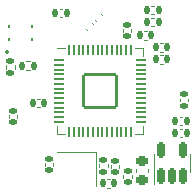
<source format=gto>
G04 #@! TF.GenerationSoftware,KiCad,Pcbnew,6.0.10-86aedd382b~118~ubuntu22.04.1*
G04 #@! TF.CreationDate,2023-02-01T12:07:48+01:00*
G04 #@! TF.ProjectId,rpcube,72706375-6265-42e6-9b69-6361645f7063,rev?*
G04 #@! TF.SameCoordinates,Original*
G04 #@! TF.FileFunction,Legend,Top*
G04 #@! TF.FilePolarity,Positive*
%FSLAX46Y46*%
G04 Gerber Fmt 4.6, Leading zero omitted, Abs format (unit mm)*
G04 Created by KiCad (PCBNEW 6.0.10-86aedd382b~118~ubuntu22.04.1) date 2023-02-01 12:07:48*
%MOMM*%
%LPD*%
G01*
G04 APERTURE LIST*
G04 Aperture macros list*
%AMRoundRect*
0 Rectangle with rounded corners*
0 $1 Rounding radius*
0 $2 $3 $4 $5 $6 $7 $8 $9 X,Y pos of 4 corners*
0 Add a 4 corners polygon primitive as box body*
4,1,4,$2,$3,$4,$5,$6,$7,$8,$9,$2,$3,0*
0 Add four circle primitives for the rounded corners*
1,1,$1+$1,$2,$3*
1,1,$1+$1,$4,$5*
1,1,$1+$1,$6,$7*
1,1,$1+$1,$8,$9*
0 Add four rect primitives between the rounded corners*
20,1,$1+$1,$2,$3,$4,$5,0*
20,1,$1+$1,$4,$5,$6,$7,0*
20,1,$1+$1,$6,$7,$8,$9,0*
20,1,$1+$1,$8,$9,$2,$3,0*%
G04 Aperture macros list end*
%ADD10C,0.120000*%
%ADD11C,0.127000*%
%ADD12C,0.200000*%
%ADD13RoundRect,0.140000X0.219203X0.021213X0.021213X0.219203X-0.219203X-0.021213X-0.021213X-0.219203X0*%
%ADD14RoundRect,0.135000X-0.135000X-0.185000X0.135000X-0.185000X0.135000X0.185000X-0.135000X0.185000X0*%
%ADD15RoundRect,0.140000X-0.170000X0.140000X-0.170000X-0.140000X0.170000X-0.140000X0.170000X0.140000X0*%
%ADD16RoundRect,0.135000X-0.185000X0.135000X-0.185000X-0.135000X0.185000X-0.135000X0.185000X0.135000X0*%
%ADD17RoundRect,0.140000X0.140000X0.170000X-0.140000X0.170000X-0.140000X-0.170000X0.140000X-0.170000X0*%
%ADD18RoundRect,0.140000X0.170000X-0.140000X0.170000X0.140000X-0.170000X0.140000X-0.170000X-0.140000X0*%
%ADD19RoundRect,0.150000X0.150000X-0.512500X0.150000X0.512500X-0.150000X0.512500X-0.150000X-0.512500X0*%
%ADD20RoundRect,0.140000X-0.140000X-0.170000X0.140000X-0.170000X0.140000X0.170000X-0.140000X0.170000X0*%
%ADD21R,1.150000X1.000000*%
%ADD22RoundRect,0.050000X-0.387500X-0.050000X0.387500X-0.050000X0.387500X0.050000X-0.387500X0.050000X0*%
%ADD23RoundRect,0.050000X-0.050000X-0.387500X0.050000X-0.387500X0.050000X0.387500X-0.050000X0.387500X0*%
%ADD24RoundRect,0.137160X-1.386840X-1.386840X1.386840X-1.386840X1.386840X1.386840X-1.386840X1.386840X0*%
%ADD25RoundRect,0.225000X0.250000X-0.225000X0.250000X0.225000X-0.250000X0.225000X-0.250000X-0.225000X0*%
%ADD26RoundRect,0.135000X0.135000X0.185000X-0.135000X0.185000X-0.135000X-0.185000X0.135000X-0.185000X0*%
%ADD27R,0.300000X0.600000*%
%ADD28R,1.700000X0.300000*%
G04 APERTURE END LIST*
D10*
X84658810Y-61035693D02*
X84506307Y-60883190D01*
X84149693Y-61544810D02*
X83997190Y-61392307D01*
X78205358Y-64935633D02*
X78512640Y-64935633D01*
X78205358Y-65695633D02*
X78512640Y-65695633D01*
X76729000Y-69488164D02*
X76729000Y-69703836D01*
X77449000Y-69488164D02*
X77449000Y-69703836D01*
X77249593Y-65239827D02*
X77249593Y-65547109D01*
X76489593Y-65239827D02*
X76489593Y-65547109D01*
X88400836Y-63098000D02*
X88185164Y-63098000D01*
X88400836Y-62378000D02*
X88185164Y-62378000D01*
X87091618Y-62424790D02*
X87091618Y-62209118D01*
X86371618Y-62424790D02*
X86371618Y-62209118D01*
X92111000Y-73533000D02*
X92111000Y-72733000D01*
X92111000Y-73533000D02*
X92111000Y-74333000D01*
X88991000Y-73533000D02*
X88991000Y-72733000D01*
X88991000Y-73533000D02*
X88991000Y-75333000D01*
X89554164Y-63394000D02*
X89769836Y-63394000D01*
X89554164Y-64114000D02*
X89769836Y-64114000D01*
X91207000Y-68306836D02*
X91207000Y-68091164D01*
X91927000Y-68306836D02*
X91927000Y-68091164D01*
X86085000Y-73707164D02*
X86085000Y-73922836D01*
X85365000Y-73707164D02*
X85365000Y-73922836D01*
X79355836Y-68813000D02*
X79140164Y-68813000D01*
X79355836Y-68093000D02*
X79140164Y-68093000D01*
X80497000Y-73767836D02*
X80497000Y-73552164D01*
X79777000Y-73767836D02*
X79777000Y-73552164D01*
X84073000Y-75441000D02*
X84073000Y-72641000D01*
X84073000Y-72641000D02*
X80773000Y-72641000D01*
X89554164Y-65130000D02*
X89769836Y-65130000D01*
X89554164Y-64410000D02*
X89769836Y-64410000D01*
X91205164Y-71353000D02*
X91420836Y-71353000D01*
X91205164Y-70633000D02*
X91420836Y-70633000D01*
X88065000Y-63827000D02*
X88065000Y-64477000D01*
X87415000Y-71047000D02*
X88065000Y-71047000D01*
X87415000Y-63827000D02*
X88065000Y-63827000D01*
X88065000Y-71047000D02*
X88065000Y-70397000D01*
X80845000Y-71047000D02*
X80845000Y-70397000D01*
X81495000Y-71047000D02*
X80845000Y-71047000D01*
X81495000Y-63827000D02*
X80845000Y-63827000D01*
X85089000Y-73599359D02*
X85089000Y-73906641D01*
X84329000Y-73599359D02*
X84329000Y-73906641D01*
X91205164Y-70337000D02*
X91420836Y-70337000D01*
X91205164Y-69617000D02*
X91420836Y-69617000D01*
X87142650Y-74568164D02*
X87142650Y-74783836D01*
X86422650Y-74568164D02*
X86422650Y-74783836D01*
X88521000Y-74308580D02*
X88521000Y-74027420D01*
X87501000Y-74308580D02*
X87501000Y-74027420D01*
X89053641Y-61215000D02*
X88746359Y-61215000D01*
X89053641Y-61975000D02*
X88746359Y-61975000D01*
X85073103Y-74903890D02*
X85288775Y-74903890D01*
X85073103Y-75623890D02*
X85288775Y-75623890D01*
X89053641Y-60959000D02*
X88746359Y-60959000D01*
X89053641Y-60199000D02*
X88746359Y-60199000D01*
X81045164Y-60473000D02*
X81260836Y-60473000D01*
X81045164Y-61193000D02*
X81260836Y-61193000D01*
X83896810Y-61797693D02*
X83744307Y-61645190D01*
X83387693Y-62306810D02*
X83235190Y-62154307D01*
D11*
X78724000Y-63114000D02*
X78724000Y-62954000D01*
X76724000Y-61854000D02*
X76724000Y-62014000D01*
X78724000Y-61854000D02*
X78724000Y-62014000D01*
X76724000Y-63114000D02*
X76724000Y-62954000D01*
D12*
X76681000Y-64135000D02*
G75*
G03*
X76681000Y-64135000I-100000J0D01*
G01*
%LPC*%
D13*
X84667411Y-61553411D03*
X83988589Y-60874589D03*
D14*
X77848999Y-65315633D03*
X78868999Y-65315633D03*
D15*
X77089000Y-69116000D03*
X77089000Y-70076000D03*
D16*
X76869593Y-64883468D03*
X76869593Y-65903468D03*
D17*
X88773000Y-62738000D03*
X87813000Y-62738000D03*
D18*
X86731618Y-62796954D03*
X86731618Y-61836954D03*
D19*
X89601000Y-74670500D03*
X90551000Y-74670500D03*
X91501000Y-74670500D03*
X91501000Y-72395500D03*
X89601000Y-72395500D03*
D20*
X89182000Y-63754000D03*
X90142000Y-63754000D03*
D18*
X91567000Y-68679000D03*
X91567000Y-67719000D03*
D15*
X85725000Y-73335000D03*
X85725000Y-74295000D03*
D17*
X79728000Y-68453000D03*
X78768000Y-68453000D03*
D18*
X80137000Y-74140000D03*
X80137000Y-73180000D03*
D21*
X83298000Y-73341000D03*
X81548000Y-73341000D03*
X81548000Y-74741000D03*
X83298000Y-74741000D03*
D20*
X89182000Y-64770000D03*
X90142000Y-64770000D03*
X90833000Y-70993000D03*
X91793000Y-70993000D03*
D22*
X81017500Y-64837000D03*
X81017500Y-65237000D03*
X81017500Y-65637000D03*
X81017500Y-66037000D03*
X81017500Y-66437000D03*
X81017500Y-66837000D03*
X81017500Y-67237000D03*
X81017500Y-67637000D03*
X81017500Y-68037000D03*
X81017500Y-68437000D03*
X81017500Y-68837000D03*
X81017500Y-69237000D03*
X81017500Y-69637000D03*
X81017500Y-70037000D03*
D23*
X81855000Y-70874500D03*
X82255000Y-70874500D03*
X82655000Y-70874500D03*
X83055000Y-70874500D03*
X83455000Y-70874500D03*
X83855000Y-70874500D03*
X84255000Y-70874500D03*
X84655000Y-70874500D03*
X85055000Y-70874500D03*
X85455000Y-70874500D03*
X85855000Y-70874500D03*
X86255000Y-70874500D03*
X86655000Y-70874500D03*
X87055000Y-70874500D03*
D22*
X87892500Y-70037000D03*
X87892500Y-69637000D03*
X87892500Y-69237000D03*
X87892500Y-68837000D03*
X87892500Y-68437000D03*
X87892500Y-68037000D03*
X87892500Y-67637000D03*
X87892500Y-67237000D03*
X87892500Y-66837000D03*
X87892500Y-66437000D03*
X87892500Y-66037000D03*
X87892500Y-65637000D03*
X87892500Y-65237000D03*
X87892500Y-64837000D03*
D23*
X87055000Y-63999500D03*
X86655000Y-63999500D03*
X86255000Y-63999500D03*
X85855000Y-63999500D03*
X85455000Y-63999500D03*
X85055000Y-63999500D03*
X84655000Y-63999500D03*
X84255000Y-63999500D03*
X83855000Y-63999500D03*
X83455000Y-63999500D03*
X83055000Y-63999500D03*
X82655000Y-63999500D03*
X82255000Y-63999500D03*
X81855000Y-63999500D03*
D24*
X84455000Y-67437000D03*
D16*
X84709000Y-73243000D03*
X84709000Y-74263000D03*
D20*
X90833000Y-69977000D03*
X91793000Y-69977000D03*
D15*
X86782650Y-74196000D03*
X86782650Y-75156000D03*
D25*
X88011000Y-74943000D03*
X88011000Y-73393000D03*
D26*
X89410000Y-61595000D03*
X88390000Y-61595000D03*
D20*
X84700939Y-75263890D03*
X85660939Y-75263890D03*
D26*
X89410000Y-60579000D03*
X88390000Y-60579000D03*
D20*
X80673000Y-60833000D03*
X81633000Y-60833000D03*
D13*
X83905411Y-62315411D03*
X83226589Y-61636589D03*
D27*
X76974000Y-63734000D03*
X77474000Y-63734000D03*
X77974000Y-63734000D03*
X78474000Y-63734000D03*
X78474000Y-61234000D03*
X77974000Y-61234000D03*
X77474000Y-61234000D03*
X76974000Y-61234000D03*
D28*
X77724000Y-62484000D03*
M02*

</source>
